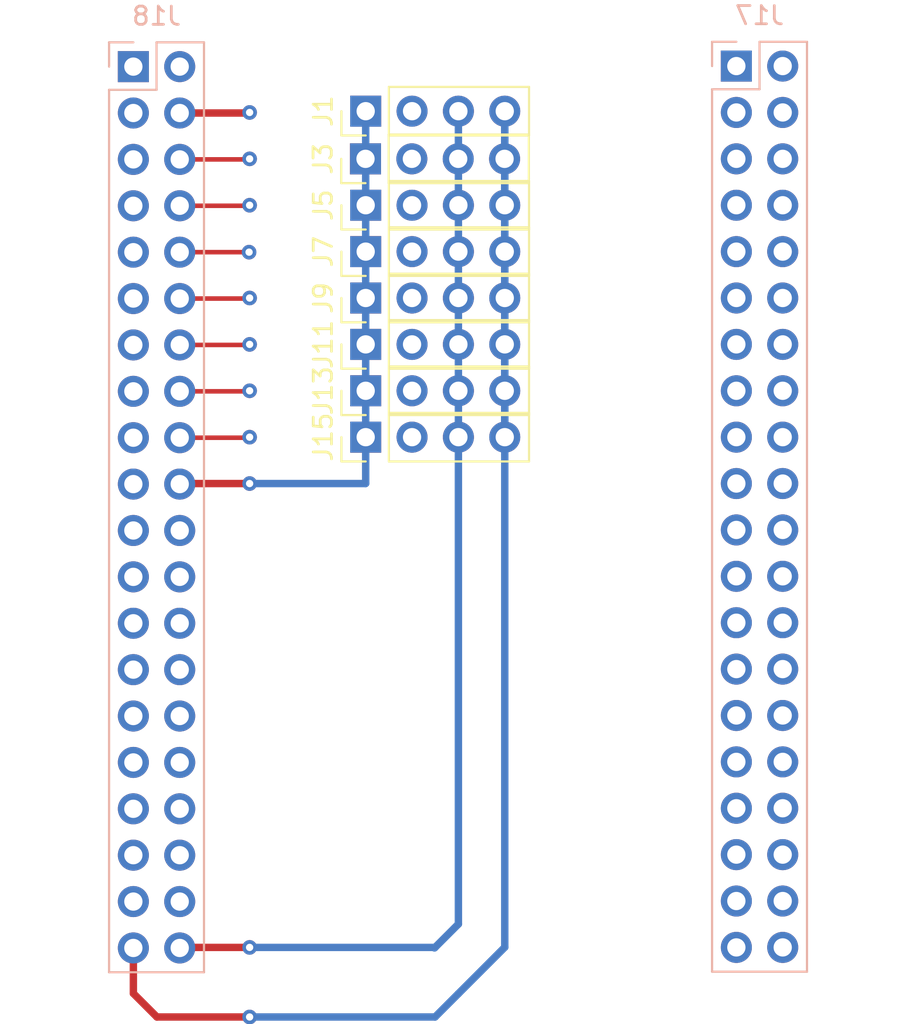
<source format=kicad_pcb>
(kicad_pcb (version 20211014) (generator pcbnew)
  (layers (0 "F.Cu" signal) (31 "B.Cu" signal) (34 "B.Paste" user) (35 "F.Paste" user) (36 "B.SilkS" user "B.Silkscreen") (37 "F.SilkS" user "F.Silkscreen") (38 "B.Mask" user) (39 "F.Mask" user) (44 "Edge.Cuts" user))
  (net 0 "")
  (net 1 "/CLK")
  (net 2 "/D1")
  (net 3 "/GND")
  (net 4 "/3V3")
  (net 6 "/D3")
  (net 8 "/D5")
  (net 10 "/D7")
  (net 12 "/D9")
  (net 14 "/D11")
  (net 16 "/D13")
  (net 18 "/D15")
  (footprint "Connector_PinHeader_2.54mm:PinHeader_1x04_P2.54mm_Vertical" (layer "F.Cu") (at 72.4 36.83 90)
    (fp_text reference "J9" (at 0 -2.33 90) (layer "F.SilkS"))
    (fp_text value "Conn_01x04")
    (fp_line (start -1.33 8.95) (end 1.33 8.95) (layer "F.SilkS") (width 0.12))
    (fp_line (start 1.33 1.27) (end 1.33 8.95) (layer "F.SilkS") (width 0.12))
    (fp_line (start -1.33 0) (end -1.33 -1.33) (layer "F.SilkS") (width 0.12))
    (fp_line (start -1.33 -1.33) (end 0 -1.33) (layer "F.SilkS") (width 0.12))
    (fp_line (start -1.33 1.27) (end 1.33 1.27) (layer "F.SilkS") (width 0.12))
    (fp_line (start -1.33 1.27) (end -1.33 8.95) (layer "F.SilkS") (width 0.12))
    (pad "1" thru_hole rect (at 0 0 90) (size 1.7 1.7) (drill 1) (layers *.Cu *.Mask) (net 1 "/CLK"))
    (pad "2" thru_hole oval (at 0 2.54 90) (size 1.7 1.7) (drill 1) (layers *.Cu *.Mask) (net 12 "/D9"))
    (pad "3" thru_hole oval (at 0 5.08 90) (size 1.7 1.7) (drill 1) (layers *.Cu *.Mask) (net 3 "/GND"))
    (pad "4" thru_hole oval (at 0 7.62 90) (size 1.7 1.7) (drill 1) (layers *.Cu *.Mask) (net 4 "/3V3"))
  )
  (footprint "Connector_PinHeader_2.54mm:PinHeader_1x04_P2.54mm_Vertical" (layer "F.Cu") (at 72.39 29.21 90)
    (fp_text reference "J3" (at 0 -2.33 90) (layer "F.SilkS"))
    (fp_text value "Conn_01x04")
    (fp_line (start -1.33 0) (end -1.33 -1.33) (layer "F.SilkS") (width 0.12))
    (fp_line (start 1.33 1.27) (end 1.33 8.95) (layer "F.SilkS") (width 0.12))
    (fp_line (start -1.33 1.27) (end -1.33 8.95) (layer "F.SilkS") (width 0.12))
    (fp_line (start -1.33 1.27) (end 1.33 1.27) (layer "F.SilkS") (width 0.12))
    (fp_line (start -1.33 -1.33) (end 0 -1.33) (layer "F.SilkS") (width 0.12))
    (fp_line (start -1.33 8.95) (end 1.33 8.95) (layer "F.SilkS") (width 0.12))
    (pad "1" thru_hole rect (at 0 0 90) (size 1.7 1.7) (drill 1) (layers *.Cu *.Mask) (net 1 "/CLK"))
    (pad "2" thru_hole oval (at 0 2.54 90) (size 1.7 1.7) (drill 1) (layers *.Cu *.Mask) (net 6 "/D3"))
    (pad "3" thru_hole oval (at 0 5.08 90) (size 1.7 1.7) (drill 1) (layers *.Cu *.Mask) (net 3 "/GND"))
    (pad "4" thru_hole oval (at 0 7.62 90) (size 1.7 1.7) (drill 1) (layers *.Cu *.Mask) (net 4 "/3V3"))
  )
  (footprint "Connector_PinHeader_2.54mm:PinHeader_1x04_P2.54mm_Vertical" (layer "F.Cu") (at 72.4 44.45 90)
    (fp_text reference "J15" (at 0 -2.33 90) (layer "F.SilkS"))
    (fp_text value "Conn_01x04")
    (fp_line (start 1.33 1.27) (end 1.33 8.95) (layer "F.SilkS") (width 0.12))
    (fp_line (start -1.33 -1.33) (end 0 -1.33) (layer "F.SilkS") (width 0.12))
    (fp_line (start -1.33 1.27) (end 1.33 1.27) (layer "F.SilkS") (width 0.12))
    (fp_line (start -1.33 1.27) (end -1.33 8.95) (layer "F.SilkS") (width 0.12))
    (fp_line (start -1.33 0) (end -1.33 -1.33) (layer "F.SilkS") (width 0.12))
    (fp_line (start -1.33 8.95) (end 1.33 8.95) (layer "F.SilkS") (width 0.12))
    (pad "1" thru_hole rect (at 0 0 90) (size 1.7 1.7) (drill 1) (layers *.Cu *.Mask) (net 1 "/CLK"))
    (pad "2" thru_hole oval (at 0 2.54 90) (size 1.7 1.7) (drill 1) (layers *.Cu *.Mask) (net 18 "/D15"))
    (pad "3" thru_hole oval (at 0 5.08 90) (size 1.7 1.7) (drill 1) (layers *.Cu *.Mask) (net 3 "/GND"))
    (pad "4" thru_hole oval (at 0 7.62 90) (size 1.7 1.7) (drill 1) (layers *.Cu *.Mask) (net 4 "/3V3"))
  )
  (footprint "Connector_PinHeader_2.54mm:PinHeader_1x04_P2.54mm_Vertical" (layer "F.Cu") (at 72.4 34.29 90)
    (fp_text reference "J7" (at 0 -2.33 90) (layer "F.SilkS"))
    (fp_text value "Conn_01x04")
    (fp_line (start -1.33 1.27) (end 1.33 1.27) (layer "F.SilkS") (width 0.12))
    (fp_line (start -1.33 1.27) (end -1.33 8.95) (layer "F.SilkS") (width 0.12))
    (fp_line (start -1.33 0) (end -1.33 -1.33) (layer "F.SilkS") (width 0.12))
    (fp_line (start -1.33 8.95) (end 1.33 8.95) (layer "F.SilkS") (width 0.12))
    (fp_line (start 1.33 1.27) (end 1.33 8.95) (layer "F.SilkS") (width 0.12))
    (fp_line (start -1.33 -1.33) (end 0 -1.33) (layer "F.SilkS") (width 0.12))
    (pad "1" thru_hole rect (at 0 0 90) (size 1.7 1.7) (drill 1) (layers *.Cu *.Mask) (net 1 "/CLK"))
    (pad "2" thru_hole oval (at 0 2.54 90) (size 1.7 1.7) (drill 1) (layers *.Cu *.Mask) (net 10 "/D7"))
    (pad "3" thru_hole oval (at 0 5.08 90) (size 1.7 1.7) (drill 1) (layers *.Cu *.Mask) (net 3 "/GND"))
    (pad "4" thru_hole oval (at 0 7.62 90) (size 1.7 1.7) (drill 1) (layers *.Cu *.Mask) (net 4 "/3V3"))
  )
  (footprint "Connector_PinHeader_2.54mm:PinHeader_1x04_P2.54mm_Vertical" (layer "F.Cu") (at 72.4 41.91 90)
    (fp_text reference "J13" (at 0 -2.33 90) (layer "F.SilkS"))
    (fp_text value "Conn_01x04")
    (fp_line (start -1.33 0) (end -1.33 -1.33) (layer "F.SilkS") (width 0.12))
    (fp_line (start -1.33 8.95) (end 1.33 8.95) (layer "F.SilkS") (width 0.12))
    (fp_line (start -1.33 1.27) (end -1.33 8.95) (layer "F.SilkS") (width 0.12))
    (fp_line (start -1.33 -1.33) (end 0 -1.33) (layer "F.SilkS") (width 0.12))
    (fp_line (start -1.33 1.27) (end 1.33 1.27) (layer "F.SilkS") (width 0.12))
    (fp_line (start 1.33 1.27) (end 1.33 8.95) (layer "F.SilkS") (width 0.12))
    (pad "1" thru_hole rect (at 0 0 90) (size 1.7 1.7) (drill 1) (layers *.Cu *.Mask) (net 1 "/CLK"))
    (pad "2" thru_hole oval (at 0 2.54 90) (size 1.7 1.7) (drill 1) (layers *.Cu *.Mask) (net 16 "/D13"))
    (pad "3" thru_hole oval (at 0 5.08 90) (size 1.7 1.7) (drill 1) (layers *.Cu *.Mask) (net 3 "/GND"))
    (pad "4" thru_hole oval (at 0 7.62 90) (size 1.7 1.7) (drill 1) (layers *.Cu *.Mask) (net 4 "/3V3"))
  )
  (footprint "Connector_PinHeader_2.54mm:PinHeader_1x04_P2.54mm_Vertical" (layer "F.Cu") (at 72.4 31.75 90)
    (fp_text reference "J5" (at 0 -2.33 90) (layer "F.SilkS"))
    (fp_text value "Conn_01x04")
    (fp_line (start -1.33 8.95) (end 1.33 8.95) (layer "F.SilkS") (width 0.12))
    (fp_line (start 1.33 1.27) (end 1.33 8.95) (layer "F.SilkS") (width 0.12))
    (fp_line (start -1.33 1.27) (end -1.33 8.95) (layer "F.SilkS") (width 0.12))
    (fp_line (start -1.33 1.27) (end 1.33 1.27) (layer "F.SilkS") (width 0.12))
    (fp_line (start -1.33 -1.33) (end 0 -1.33) (layer "F.SilkS") (width 0.12))
    (fp_line (start -1.33 0) (end -1.33 -1.33) (layer "F.SilkS") (width 0.12))
    (pad "1" thru_hole rect (at 0 0 90) (size 1.7 1.7) (drill 1) (layers *.Cu *.Mask) (net 1 "/CLK"))
    (pad "2" thru_hole oval (at 0 2.54 90) (size 1.7 1.7) (drill 1) (layers *.Cu *.Mask) (net 8 "/D5"))
    (pad "3" thru_hole oval (at 0 5.08 90) (size 1.7 1.7) (drill 1) (layers *.Cu *.Mask) (net 3 "/GND"))
    (pad "4" thru_hole oval (at 0 7.62 90) (size 1.7 1.7) (drill 1) (layers *.Cu *.Mask) (net 4 "/3V3"))
  )
  (footprint "Connector_PinHeader_2.54mm:PinHeader_1x04_P2.54mm_Vertical" (layer "F.Cu") (at 72.4 26.6 90)
    (fp_text reference "J1" (at 0 -2.33 90) (layer "F.SilkS"))
    (fp_text value "Conn_01x04")
    (fp_line (start -1.33 -1.33) (end 0 -1.33) (layer "F.SilkS") (width 0.12))
    (fp_line (start -1.33 1.27) (end 1.33 1.27) (layer "F.SilkS") (width 0.12))
    (fp_line (start -1.33 1.27) (end -1.33 8.95) (layer "F.SilkS") (width 0.12))
    (fp_line (start -1.33 8.95) (end 1.33 8.95) (layer "F.SilkS") (width 0.12))
    (fp_line (start -1.33 0) (end -1.33 -1.33) (layer "F.SilkS") (width 0.12))
    (fp_line (start 1.33 1.27) (end 1.33 8.95) (layer "F.SilkS") (width 0.12))
    (pad "1" thru_hole rect (at 0 0 90) (size 1.7 1.7) (drill 1) (layers *.Cu *.Mask) (net 1 "/CLK"))
    (pad "2" thru_hole oval (at 0 2.54 90) (size 1.7 1.7) (drill 1) (layers *.Cu *.Mask) (net 2 "/D1"))
    (pad "3" thru_hole oval (at 0 5.08 90) (size 1.7 1.7) (drill 1) (layers *.Cu *.Mask) (net 3 "/GND"))
    (pad "4" thru_hole oval (at 0 7.62 90) (size 1.7 1.7) (drill 1) (layers *.Cu *.Mask) (net 4 "/3V3"))
  )
  (footprint "Connector_PinHeader_2.54mm:PinHeader_1x04_P2.54mm_Vertical" (layer "F.Cu") (at 72.4 39.37 90)
    (fp_text reference "J11" (at 0 -2.33 90) (layer "F.SilkS"))
    (fp_text value "Conn_01x04")
    (fp_line (start 1.33 1.27) (end 1.33 8.95) (layer "F.SilkS") (width 0.12))
    (fp_line (start -1.33 0) (end -1.33 -1.33) (layer "F.SilkS") (width 0.12))
    (fp_line (start -1.33 8.95) (end 1.33 8.95) (layer "F.SilkS") (width 0.12))
    (fp_line (start -1.33 1.27) (end -1.33 8.95) (layer "F.SilkS") (width 0.12))
    (fp_line (start -1.33 -1.33) (end 0 -1.33) (layer "F.SilkS") (width 0.12))
    (fp_line (start -1.33 1.27) (end 1.33 1.27) (layer "F.SilkS") (width 0.12))
    (pad "1" thru_hole rect (at 0 0 90) (size 1.7 1.7) (drill 1) (layers *.Cu *.Mask) (net 1 "/CLK"))
    (pad "2" thru_hole oval (at 0 2.54 90) (size 1.7 1.7) (drill 1) (layers *.Cu *.Mask) (net 14 "/D11"))
    (pad "3" thru_hole oval (at 0 5.08 90) (size 1.7 1.7) (drill 1) (layers *.Cu *.Mask) (net 3 "/GND"))
    (pad "4" thru_hole oval (at 0 7.62 90) (size 1.7 1.7) (drill 1) (layers *.Cu *.Mask) (net 4 "/3V3"))
  )
  (footprint "Connector_PinSocket_2.54mm:PinSocket_2x20_P2.54mm_Vertical" (layer "B.Cu") (at 59.67 24.16 180)
    (fp_text reference "J18" (at -1.27 2.77) (layer "B.SilkS") (effects (justify mirror)))
    (fp_text value "Conn_02x20_Odd_Even")
    (fp_line (start -3.87 -49.59) (end 1.33 -49.59) (layer "B.SilkS") (width 0.12))
    (fp_line (start 1.33 1.33) (end 1.33 0) (layer "B.SilkS") (width 0.12))
    (fp_line (start -3.87 1.33) (end -1.27 1.33) (layer "B.SilkS") (width 0.12))
    (fp_line (start -3.87 1.33) (end -3.87 -49.59) (layer "B.SilkS") (width 0.12))
    (fp_line (start 0 1.33) (end 1.33 1.33) (layer "B.SilkS") (width 0.12))
    (fp_line (start -1.27 -1.27) (end 1.33 -1.27) (layer "B.SilkS") (width 0.12))
    (fp_line (start 1.33 -1.27) (end 1.33 -49.59) (layer "B.SilkS") (width 0.12))
    (fp_line (start -1.27 1.33) (end -1.27 -1.27) (layer "B.SilkS") (width 0.12))
    (pad "1" thru_hole rect (at 0 0 180) (size 1.7 1.7) (drill 1) (layers *.Cu *.Mask) (net 3 "/GND"))
    (pad "2" thru_hole oval (at -2.54 0 180) (size 1.7 1.7) (drill 1) (layers *.Cu *.Mask))
    (pad "3" thru_hole oval (at 0 -2.54 180) (size 1.7 1.7) (drill 1) (layers *.Cu *.Mask))
    (pad "4" thru_hole oval (at -2.54 -2.54 180) (size 1.7 1.7) (drill 1) (layers *.Cu *.Mask) (net 2 "/D1"))
    (pad "5" thru_hole oval (at 0 -5.08 180) (size 1.7 1.7) (drill 1) (layers *.Cu *.Mask))
    (pad "6" thru_hole oval (at -2.54 -5.08 180) (size 1.7 1.7) (drill 1) (layers *.Cu *.Mask) (net 6 "/D3"))
    (pad "7" thru_hole oval (at 0 -7.62 180) (size 1.7 1.7) (drill 1) (layers *.Cu *.Mask))
    (pad "8" thru_hole oval (at -2.54 -7.62 180) (size 1.7 1.7) (drill 1) (layers *.Cu *.Mask) (net 8 "/D5"))
    (pad "9" thru_hole oval (at 0 -10.16 180) (size 1.7 1.7) (drill 1) (layers *.Cu *.Mask))
    (pad "10" thru_hole oval (at -2.54 -10.16 180) (size 1.7 1.7) (drill 1) (layers *.Cu *.Mask) (net 10 "/D7"))
    (pad "11" thru_hole oval (at 0 -12.7 180) (size 1.7 1.7) (drill 1) (layers *.Cu *.Mask))
    (pad "12" thru_hole oval (at -2.54 -12.7 180) (size 1.7 1.7) (drill 1) (layers *.Cu *.Mask) (net 12 "/D9"))
    (pad "13" thru_hole oval (at 0 -15.24 180) (size 1.7 1.7) (drill 1) (layers *.Cu *.Mask))
    (pad "14" thru_hole oval (at -2.54 -15.24 180) (size 1.7 1.7) (drill 1) (layers *.Cu *.Mask) (net 14 "/D11"))
    (pad "15" thru_hole oval (at 0 -17.78 180) (size 1.7 1.7) (drill 1) (layers *.Cu *.Mask))
    (pad "16" thru_hole oval (at -2.54 -17.78 180) (size 1.7 1.7) (drill 1) (layers *.Cu *.Mask) (net 16 "/D13"))
    (pad "17" thru_hole oval (at 0 -20.32 180) (size 1.7 1.7) (drill 1) (layers *.Cu *.Mask))
    (pad "18" thru_hole oval (at -2.54 -20.32 180) (size 1.7 1.7) (drill 1) (layers *.Cu *.Mask) (net 18 "/D15"))
    (pad "19" thru_hole oval (at 0 -22.86 180) (size 1.7 1.7) (drill 1) (layers *.Cu *.Mask))
    (pad "20" thru_hole oval (at -2.54 -22.86 180) (size 1.7 1.7) (drill 1) (layers *.Cu *.Mask) (net 1 "/CLK"))
    (pad "21" thru_hole oval (at 0 -25.4 180) (size 1.7 1.7) (drill 1) (layers *.Cu *.Mask))
    (pad "22" thru_hole oval (at -2.54 -25.4 180) (size 1.7 1.7) (drill 1) (layers *.Cu *.Mask))
    (pad "23" thru_hole oval (at 0 -27.94 180) (size 1.7 1.7) (drill 1) (layers *.Cu *.Mask))
    (pad "24" thru_hole oval (at -2.54 -27.94 180) (size 1.7 1.7) (drill 1) (layers *.Cu *.Mask))
    (pad "25" thru_hole oval (at 0 -30.48 180) (size 1.7 1.7) (drill 1) (layers *.Cu *.Mask))
    (pad "26" thru_hole oval (at -2.54 -30.48 180) (size 1.7 1.7) (drill 1) (layers *.Cu *.Mask))
    (pad "27" thru_hole oval (at 0 -33.02 180) (size 1.7 1.7) (drill 1) (layers *.Cu *.Mask))
    (pad "28" thru_hole oval (at -2.54 -33.02 180) (size 1.7 1.7) (drill 1) (layers *.Cu *.Mask))
    (pad "29" thru_hole oval (at 0 -35.56 180) (size 1.7 1.7) (drill 1) (layers *.Cu *.Mask))
    (pad "30" thru_hole oval (at -2.54 -35.56 180) (size 1.7 1.7) (drill 1) (layers *.Cu *.Mask))
    (pad "31" thru_hole oval (at 0 -38.1 180) (size 1.7 1.7) (drill 1) (layers *.Cu *.Mask))
    (pad "32" thru_hole oval (at -2.54 -38.1 180) (size 1.7 1.7) (drill 1) (layers *.Cu *.Mask))
    (pad "33" thru_hole oval (at 0 -40.64 180) (size 1.7 1.7) (drill 1) (layers *.Cu *.Mask))
    (pad "34" thru_hole oval (at -2.54 -40.64 180) (size 1.7 1.7) (drill 1) (layers *.Cu *.Mask))
    (pad "35" thru_hole oval (at 0 -43.18 180) (size 1.7 1.7) (drill 1) (layers *.Cu *.Mask))
    (pad "36" thru_hole oval (at -2.54 -43.18 180) (size 1.7 1.7) (drill 1) (layers *.Cu *.Mask))
    (pad "37" thru_hole oval (at 0 -45.72 180) (size 1.7 1.7) (drill 1) (layers *.Cu *.Mask))
    (pad "38" thru_hole oval (at -2.54 -45.72 180) (size 1.7 1.7) (drill 1) (layers *.Cu *.Mask))
    (pad "39" thru_hole oval (at 0 -48.26 180) (size 1.7 1.7) (drill 1) (layers *.Cu *.Mask) (net 4 "/3V3"))
    (pad "40" thru_hole oval (at -2.54 -48.26 180) (size 1.7 1.7) (drill 1) (layers *.Cu *.Mask) (net 3 "/GND"))
  )
  (footprint "Connector_PinSocket_2.54mm:PinSocket_2x20_P2.54mm_Vertical" (layer "B.Cu") (at 92.71 24.13 180)
    (fp_text reference "J17" (at -1.27 2.77) (layer "B.SilkS") (effects (justify mirror)))
    (fp_text value "Conn_02x20_Odd_Even")
    (fp_line (start 1.33 1.33) (end 1.33 0) (layer "B.SilkS") (width 0.12))
    (fp_line (start -3.87 -49.59) (end 1.33 -49.59) (layer "B.SilkS") (width 0.12))
    (fp_line (start 0 1.33) (end 1.33 1.33) (layer "B.SilkS") (width 0.12))
    (fp_line (start 1.33 -1.27) (end 1.33 -49.59) (layer "B.SilkS") (width 0.12))
    (fp_line (start -1.27 1.33) (end -1.27 -1.27) (layer "B.SilkS") (width 0.12))
    (fp_line (start -3.87 1.33) (end -1.27 1.33) (layer "B.SilkS") (width 0.12))
    (fp_line (start -3.87 1.33) (end -3.87 -49.59) (layer "B.SilkS") (width 0.12))
    (fp_line (start -1.27 -1.27) (end 1.33 -1.27) (layer "B.SilkS") (width 0.12))
    (pad "1" thru_hole rect (at 0 0 180) (size 1.7 1.7) (drill 1) (layers *.Cu *.Mask))
    (pad "2" thru_hole oval (at -2.54 0 180) (size 1.7 1.7) (drill 1) (layers *.Cu *.Mask))
    (pad "3" thru_hole oval (at 0 -2.54 180) (size 1.7 1.7) (drill 1) (layers *.Cu *.Mask))
    (pad "4" thru_hole oval (at -2.54 -2.54 180) (size 1.7 1.7) (drill 1) (layers *.Cu *.Mask))
    (pad "5" thru_hole oval (at 0 -5.08 180) (size 1.7 1.7) (drill 1) (layers *.Cu *.Mask))
    (pad "6" thru_hole oval (at -2.54 -5.08 180) (size 1.7 1.7) (drill 1) (layers *.Cu *.Mask))
    (pad "7" thru_hole oval (at 0 -7.62 180) (size 1.7 1.7) (drill 1) (layers *.Cu *.Mask))
    (pad "8" thru_hole oval (at -2.54 -7.62 180) (size 1.7 1.7) (drill 1) (layers *.Cu *.Mask))
    (pad "9" thru_hole oval (at 0 -10.16 180) (size 1.7 1.7) (drill 1) (layers *.Cu *.Mask))
    (pad "10" thru_hole oval (at -2.54 -10.16 180) (size 1.7 1.7) (drill 1) (layers *.Cu *.Mask))
    (pad "11" thru_hole oval (at 0 -12.7 180) (size 1.7 1.7) (drill 1) (layers *.Cu *.Mask))
    (pad "12" thru_hole oval (at -2.54 -12.7 180) (size 1.7 1.7) (drill 1) (layers *.Cu *.Mask))
    (pad "13" thru_hole oval (at 0 -15.24 180) (size 1.7 1.7) (drill 1) (layers *.Cu *.Mask))
    (pad "14" thru_hole oval (at -2.54 -15.24 180) (size 1.7 1.7) (drill 1) (layers *.Cu *.Mask))
    (pad "15" thru_hole oval (at 0 -17.78 180) (size 1.7 1.7) (drill 1) (layers *.Cu *.Mask))
    (pad "16" thru_hole oval (at -2.54 -17.78 180) (size 1.7 1.7) (drill 1) (layers *.Cu *.Mask))
    (pad "17" thru_hole oval (at 0 -20.32 180) (size 1.7 1.7) (drill 1) (layers *.Cu *.Mask))
    (pad "18" thru_hole oval (at -2.54 -20.32 180) (size 1.7 1.7) (drill 1) (layers *.Cu *.Mask))
    (pad "19" thru_hole oval (at 0 -22.86 180) (size 1.7 1.7) (drill 1) (layers *.Cu *.Mask))
    (pad "20" thru_hole oval (at -2.54 -22.86 180) (size 1.7 1.7) (drill 1) (layers *.Cu *.Mask))
    (pad "21" thru_hole oval (at 0 -25.4 180) (size 1.7 1.7) (drill 1) (layers *.Cu *.Mask))
    (pad "22" thru_hole oval (at -2.54 -25.4 180) (size 1.7 1.7) (drill 1) (layers *.Cu *.Mask))
    (pad "23" thru_hole oval (at 0 -27.94 180) (size 1.7 1.7) (drill 1) (layers *.Cu *.Mask))
    (pad "24" thru_hole oval (at -2.54 -27.94 180) (size 1.7 1.7) (drill 1) (layers *.Cu *.Mask))
    (pad "25" thru_hole oval (at 0 -30.48 180) (size 1.7 1.7) (drill 1) (layers *.Cu *.Mask))
    (pad "26" thru_hole oval (at -2.54 -30.48 180) (size 1.7 1.7) (drill 1) (layers *.Cu *.Mask))
    (pad "27" thru_hole oval (at 0 -33.02 180) (size 1.7 1.7) (drill 1) (layers *.Cu *.Mask))
    (pad "28" thru_hole oval (at -2.54 -33.02 180) (size 1.7 1.7) (drill 1) (layers *.Cu *.Mask))
    (pad "29" thru_hole oval (at 0 -35.56 180) (size 1.7 1.7) (drill 1) (layers *.Cu *.Mask))
    (pad "30" thru_hole oval (at -2.54 -35.56 180) (size 1.7 1.7) (drill 1) (layers *.Cu *.Mask))
    (pad "31" thru_hole oval (at 0 -38.1 180) (size 1.7 1.7) (drill 1) (layers *.Cu *.Mask))
    (pad "32" thru_hole oval (at -2.54 -38.1 180) (size 1.7 1.7) (drill 1) (layers *.Cu *.Mask))
    (pad "33" thru_hole oval (at 0 -40.64 180) (size 1.7 1.7) (drill 1) (layers *.Cu *.Mask))
    (pad "34" thru_hole oval (at -2.54 -40.64 180) (size 1.7 1.7) (drill 1) (layers *.Cu *.Mask))
    (pad "35" thru_hole oval (at 0 -43.18 180) (size 1.7 1.7) (drill 1) (layers *.Cu *.Mask))
    (pad "36" thru_hole oval (at -2.54 -43.18 180) (size 1.7 1.7) (drill 1) (layers *.Cu *.Mask))
    (pad "37" thru_hole oval (at 0 -45.72 180) (size 1.7 1.7) (drill 1) (layers *.Cu *.Mask))
    (pad "38" thru_hole oval (at -2.54 -45.72 180) (size 1.7 1.7) (drill 1) (layers *.Cu *.Mask))
    (pad "39" thru_hole oval (at 0 -48.26 180) (size 1.7 1.7) (drill 1) (layers *.Cu *.Mask))
    (pad "40" thru_hole oval (at -2.54 -48.26 180) (size 1.7 1.7) (drill 1) (layers *.Cu *.Mask))
  )
  (segment (start 62.24 46.99) (end 62.21 47.02) (width 0.4064) (layer "F.Cu") (net 1))
  (segment (start 66.04 46.99) (end 62.24 46.99) (width 0.4064) (layer "F.Cu") (net 1))
  (via (at 66.04 46.99) (size 0.8) (drill 0.4) (layers "F.Cu" "B.Cu") (net 1))
  (segment (start 72.4 46.98) (end 72.39 46.99) (width 0.4064) (layer "B.Cu") (net 1))
  (segment (start 72.39 46.99) (end 66.04 46.99) (width 0.4064) (layer "B.Cu") (net 1))
  (segment (start 72.4 26.6) (end 72.4 46.98) (width 0.4064) (layer "B.Cu") (net 1))
  (segment (start 66.04 26.67) (end 66.01 26.7) (width 0.4064) (layer "F.Cu") (net 2))
  (segment (start 62.21 26.7) (end 66.01 26.7) (width 0.4064) (layer "F.Cu") (net 2))
  (via (at 66.04 26.67) (size 0.8) (drill 0.4) (layers "F.Cu" "B.Cu") (net 2))
  (segment (start 62.24 72.39) (end 62.21 72.42) (width 0.4064) (layer "F.Cu") (net 3))
  (segment (start 66.04 72.39) (end 62.24 72.39) (width 0.4064) (layer "F.Cu") (net 3))
  (via (at 66.04 72.39) (size 0.8) (drill 0.4) (layers "F.Cu" "B.Cu") (net 3))
  (segment (start 77.48 26.6) (end 77.48 71.11) (width 0.4064) (layer "B.Cu") (net 3))
  (segment (start 76.2 72.39) (end 76.17 72.42) (width 0.4064) (layer "B.Cu") (net 3))
  (segment (start 77.48 71.11) (end 76.2 72.39) (width 0.4064) (layer "B.Cu") (net 3))
  (segment (start 76.2 72.39) (end 66.04 72.39) (width 0.4064) (layer "B.Cu") (net 3))
  (segment (start 60.96 76.2) (end 59.67 74.91) (width 0.4064) (layer "F.Cu") (net 4))
  (segment (start 59.67 74.91) (end 59.67 72.42) (width 0.4064) (layer "F.Cu") (net 4))
  (segment (start 66.04 76.2) (end 60.96 76.2) (width 0.4064) (layer "F.Cu") (net 4))
  (via (at 66.04 76.2) (size 0.8) (drill 0.4) (layers "F.Cu" "B.Cu") (net 4))
  (segment (start 80.02 72.38) (end 77.47 74.93) (width 0.4064) (layer "B.Cu") (net 4))
  (segment (start 76.2 76.2) (end 66.04 76.2) (width 0.4064) (layer "B.Cu") (net 4))
  (segment (start 77.47 74.93) (end 76.2 76.2) (width 0.4064) (layer "B.Cu") (net 4))
  (segment (start 80.02 26.6) (end 80.02 72.38) (width 0.4064) (layer "B.Cu") (net 4))
  (segment (start 80.02 26.6) (end 80.02 44.45) (width 0.4064) (layer "B.Cu") (net 4))
  (segment (start 66.01 29.24) (end 66.04 29.21) (width 0.25) (layer "F.Cu") (net 6))
  (segment (start 62.21 29.24) (end 66.01 29.24) (width 0.25) (layer "F.Cu") (net 6))
  (via (at 66.04 29.21) (size 0.8) (drill 0.4) (layers "F.Cu" "B.Cu") (net 6))
  (segment (start 62.21 31.78) (end 66.01 31.78) (width 0.25) (layer "F.Cu") (net 8))
  (segment (start 66.01 31.78) (end 66.04 31.75) (width 0.25) (layer "F.Cu") (net 8))
  (via (at 66.04 31.75) (size 0.8) (drill 0.4) (layers "F.Cu" "B.Cu") (net 8))
  (segment (start 66.04 34.29) (end 66.01 34.32) (width 0.25) (layer "F.Cu") (net 10))
  (segment (start 62.21 34.32) (end 66.01 34.32) (width 0.25) (layer "F.Cu") (net 10))
  (via (at 66.01 34.32) (size 0.8) (drill 0.4) (layers "F.Cu" "B.Cu") (net 10))
  (segment (start 62.21 36.86) (end 66.01 36.86) (width 0.25) (layer "F.Cu") (net 12))
  (segment (start 66.01 36.86) (end 66.04 36.83) (width 0.25) (layer "F.Cu") (net 12))
  (via (at 66.04 36.83) (size 0.8) (drill 0.4) (layers "F.Cu" "B.Cu") (net 12))
  (segment (start 62.21 39.4) (end 66.01 39.4) (width 0.25) (layer "F.Cu") (net 14))
  (segment (start 66.01 39.4) (end 66.04 39.37) (width 0.25) (layer "F.Cu") (net 14))
  (via (at 66.04 39.37) (size 0.8) (drill 0.4) (layers "F.Cu" "B.Cu") (net 14))
  (segment (start 62.21 41.94) (end 66.01 41.94) (width 0.25) (layer "F.Cu") (net 16))
  (segment (start 66.01 41.94) (end 66.04 41.91) (width 0.25) (layer "F.Cu") (net 16))
  (via (at 66.04 41.91) (size 0.8) (drill 0.4) (layers "F.Cu" "B.Cu") (net 16))
  (segment (start 66.04 44.45) (end 66.01 44.48) (width 0.25) (layer "F.Cu") (net 18))
  (segment (start 62.21 44.48) (end 66.01 44.48) (width 0.25) (layer "F.Cu") (net 18))
  (via (at 66.04 44.45) (size 0.8) (drill 0.4) (layers "F.Cu" "B.Cu") (net 18))
)
</source>
